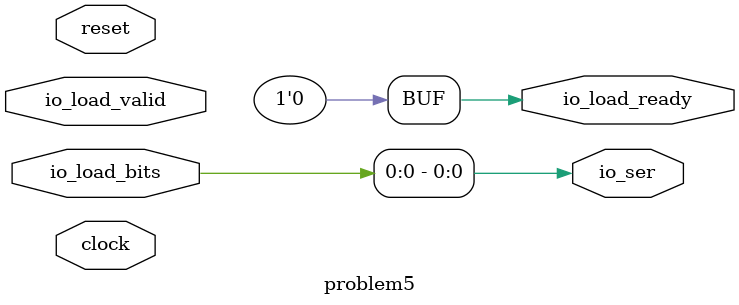
<source format=v>
module problem5(
  input        clock,
  input        reset,
  output       io_load_ready,
  input        io_load_valid,
  input  [7:0] io_load_bits,
  output       io_ser
);
  assign io_load_ready = 1'h0; // @[problem5.scala 10:17]
  assign io_ser = io_load_bits[0]; // @[problem5.scala 12:27]
endmodule

</source>
